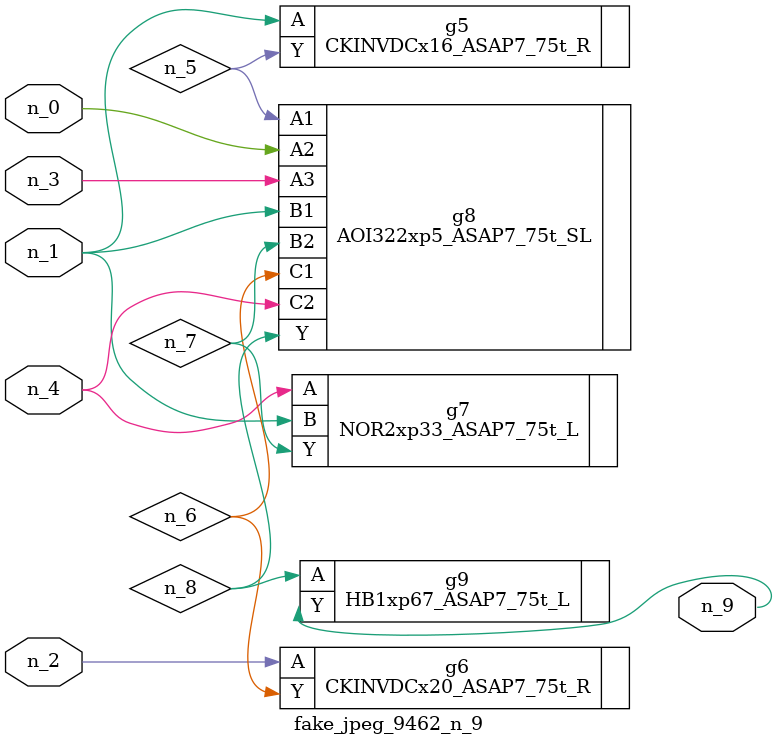
<source format=v>
module fake_jpeg_9462_n_9 (n_3, n_2, n_1, n_0, n_4, n_9);

input n_3;
input n_2;
input n_1;
input n_0;
input n_4;

output n_9;

wire n_8;
wire n_6;
wire n_5;
wire n_7;

CKINVDCx16_ASAP7_75t_R g5 ( 
.A(n_1),
.Y(n_5)
);

CKINVDCx20_ASAP7_75t_R g6 ( 
.A(n_2),
.Y(n_6)
);

NOR2xp33_ASAP7_75t_L g7 ( 
.A(n_4),
.B(n_1),
.Y(n_7)
);

AOI322xp5_ASAP7_75t_SL g8 ( 
.A1(n_5),
.A2(n_0),
.A3(n_3),
.B1(n_1),
.B2(n_7),
.C1(n_6),
.C2(n_4),
.Y(n_8)
);

HB1xp67_ASAP7_75t_L g9 ( 
.A(n_8),
.Y(n_9)
);


endmodule
</source>
